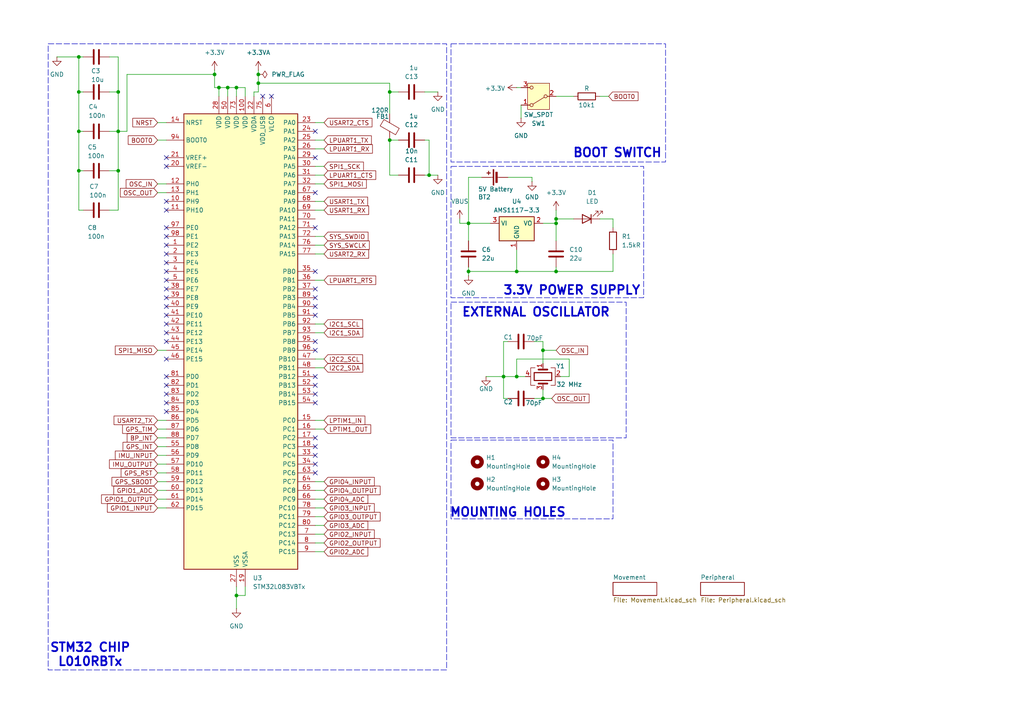
<source format=kicad_sch>
(kicad_sch (version 20231120) (generator "eeschema") (generator_version "8.0")
  (paper "A4")
  (title_block (title "Low-Power Flight Comupter") (company "Sun Devil Rocketry"))
  (lib_symbols
    (symbol "Device:Battery_Cell" (pin_numbers hide) (pin_names (offset 0) hide)
      (property "Reference" "BT" (at 2.54 2.54 0))
      (property "Value" "Battery_Cell" (at 2.54 0 0))
      (symbol "Battery_Cell_0_1"
        (rectangle (start -2.286 1.778) (end 2.286 1.524) (fill (type outline)))
        (rectangle (start -1.524 1.016) (end 1.524 0.508) (fill (type outline)))
        (polyline (pts (xy 0 0.762) (xy 0 0)))
        (polyline (pts (xy 0 1.778) (xy 0 2.54)))
        (polyline (pts (xy 0.762 3.048) (xy 1.778 3.048)) (stroke (width 0.254)))
        (polyline (pts (xy 1.27 3.556) (xy 1.27 2.54)) (stroke (width 0.254)))
      )
      (symbol "Battery_Cell_1_1"
        (pin passive line (at 0 5.08 270) (length 2.54) (name "+") (number "1"))
        (pin passive line (at 0 -2.54 90) (length 2.54) (name "-") (number "2"))
      )
    )
    (symbol "Device:C" (pin_numbers hide) (pin_names (offset 0.254))
      (property "Reference" "C" (at 0.635 2.54 0))
      (property "Value" "C" (at 0.635 -2.54 0))
      (symbol "C_0_1"
        (polyline (pts (xy -2.032 -0.762) (xy 2.032 -0.762)) (stroke (width 0.508)))
        (polyline (pts (xy -2.032 0.762) (xy 2.032 0.762)) (stroke (width 0.508)))
      )
      (symbol "C_1_1"
        (pin passive line (at 0 3.81 270) (length 2.794) (name "~") (number "1"))
        (pin passive line (at 0 -3.81 90) (length 2.794) (name "~") (number "2"))
      )
    )
    (symbol "Device:Crystal_GND24" (pin_names (offset 1.016) hide)
      (property "Reference" "Y" (at 3.175 5.08 0))
      (property "Value" "Crystal_GND24" (at 3.175 3.175 0))
      (symbol "Crystal_GND24_0_1"
        (rectangle (start -1.143 2.54) (end 1.143 -2.54) (stroke (width 0.3048)))
        (polyline (pts (xy -2.54 0) (xy -2.032 0)))
        (polyline (pts (xy -2.032 -1.27) (xy -2.032 1.27)) (stroke (width 0.508)))
        (polyline (pts (xy 0 -3.81) (xy 0 -3.556)))
        (polyline (pts (xy 0 3.556) (xy 0 3.81)))
        (polyline (pts (xy 2.032 -1.27) (xy 2.032 1.27)) (stroke (width 0.508)))
        (polyline (pts (xy 2.032 0) (xy 2.54 0)))
        (polyline (pts (xy -2.54 -2.286) (xy -2.54 -3.556) (xy 2.54 -3.556) (xy 2.54 -2.286)))
        (polyline (pts (xy -2.54 2.286) (xy -2.54 3.556) (xy 2.54 3.556) (xy 2.54 2.286)))
      )
      (symbol "Crystal_GND24_1_1"
        (pin passive line (at -3.81 0 0) (length 1.27) (name "1") (number "1"))
        (pin passive line (at 0 5.08 270) (length 1.27) (name "2") (number "2"))
        (pin passive line (at 3.81 0 180) (length 1.27) (name "3") (number "3"))
        (pin passive line (at 0 -5.08 90) (length 1.27) (name "4") (number "4"))
      )
    )
    (symbol "Device:FerriteBead" (pin_numbers hide) (pin_names (offset 0))
      (property "Reference" "FB" (at -3.81 0.635 90))
      (property "Value" "FerriteBead" (at 3.81 0 90))
      (symbol "FerriteBead_0_1"
        (polyline (pts (xy 0 -1.27) (xy 0 -1.2192)))
        (polyline (pts (xy 0 1.27) (xy 0 1.2954)))
        (polyline (pts (xy -2.7686 0.4064) (xy -1.7018 2.2606) (xy 2.7686 -0.3048) (xy 1.6764 -2.159) (xy -2.7686 0.4064)))
      )
      (symbol "FerriteBead_1_1"
        (pin passive line (at 0 3.81 270) (length 2.54) (name "~") (number "1"))
        (pin passive line (at 0 -3.81 90) (length 2.54) (name "~") (number "2"))
      )
    )
    (symbol "Device:LED" (pin_numbers hide) (pin_names (offset 1.016) hide)
      (property "Reference" "D" (at 0 2.54 0))
      (property "Value" "LED" (at 0 -2.54 0))
      (symbol "LED_0_1"
        (polyline (pts (xy -1.27 -1.27) (xy -1.27 1.27)) (stroke (width 0.254)))
        (polyline (pts (xy -1.27 0) (xy 1.27 0)))
        (polyline (pts (xy 1.27 -1.27) (xy 1.27 1.27) (xy -1.27 0) (xy 1.27 -1.27)) (stroke (width 0.254)))
        (polyline (pts (xy -3.048 -0.762) (xy -4.572 -2.286) (xy -3.81 -2.286) (xy -4.572 -2.286) (xy -4.572 -1.524)))
        (polyline (pts (xy -1.778 -0.762) (xy -3.302 -2.286) (xy -2.54 -2.286) (xy -3.302 -2.286) (xy -3.302 -1.524)))
      )
      (symbol "LED_1_1"
        (pin passive line (at -3.81 0 0) (length 2.54) (name "K") (number "1"))
        (pin passive line (at 3.81 0 180) (length 2.54) (name "A") (number "2"))
      )
    )
    (symbol "Device:R" (pin_numbers hide) (pin_names (offset 0))
      (property "Reference" "R" (at 2.032 0 90))
      (property "Value" "R" (at 0 0 90))
      (symbol "R_0_1"
        (rectangle (start -1.016 -2.54) (end 1.016 2.54) (stroke (width 0.254)))
      )
      (symbol "R_1_1"
        (pin passive line (at 0 3.81 270) (length 1.27) (name "~") (number "1"))
        (pin passive line (at 0 -3.81 90) (length 1.27) (name "~") (number "2"))
      )
    )
    (symbol "MCU_ST_STM32L0:STM32L083VBTx"
      (property "Reference" "U" (at -15.24 67.31 0))
      (property "Value" "STM32L083VBTx" (at 12.7 67.31 0))
      (symbol "STM32L083VBTx_0_1"
        (rectangle (start -15.24 -66.04) (end 17.78 66.04) (stroke (width 0.254)) (fill (type background)))
      )
      (symbol "STM32L083VBTx_1_1"
        (pin bidirectional line (at -20.32 27.94 0) (length 5.08) (name "PE2") (number "1"))
        (pin bidirectional line (at -20.32 40.64 0) (length 5.08) (name "PH9") (number "10"))
        (pin power_in line (at 2.54 71.12 270) (length 5.08) (name "VDD") (number "100"))
        (pin bidirectional line (at -20.32 38.1 0) (length 5.08) (name "PH10") (number "11"))
        (pin bidirectional line (at -20.32 45.72 0) (length 5.08) (name "PH0") (number "12"))
        (pin bidirectional line (at -20.32 43.18 0) (length 5.08) (name "PH1") (number "13"))
        (pin input line (at -20.32 63.5 0) (length 5.08) (name "NRST") (number "14"))
        (pin bidirectional line (at 22.86 -22.86 180) (length 5.08) (name "PC0") (number "15"))
        (pin bidirectional line (at 22.86 -25.4 180) (length 5.08) (name "PC1") (number "16"))
        (pin bidirectional line (at 22.86 -27.94 180) (length 5.08) (name "PC2") (number "17"))
        (pin bidirectional line (at 22.86 -30.48 180) (length 5.08) (name "PC3") (number "18"))
        (pin power_in line (at 2.54 -71.12 90) (length 5.08) (name "VSSA") (number "19"))
        (pin bidirectional line (at -20.32 25.4 0) (length 5.08) (name "PE3") (number "2"))
        (pin input line (at -20.32 50.8 0) (length 5.08) (name "VREF-") (number "20"))
        (pin input line (at -20.32 53.34 0) (length 5.08) (name "VREF+") (number "21"))
        (pin power_in line (at 5.08 71.12 270) (length 5.08) (name "VDDA") (number "22"))
        (pin bidirectional line (at 22.86 63.5 180) (length 5.08) (name "PA0") (number "23"))
        (pin bidirectional line (at 22.86 60.96 180) (length 5.08) (name "PA1") (number "24"))
        (pin bidirectional line (at 22.86 58.42 180) (length 5.08) (name "PA2") (number "25"))
        (pin bidirectional line (at 22.86 55.88 180) (length 5.08) (name "PA3") (number "26"))
        (pin power_in line (at 0 -71.12 90) (length 5.08) (name "VSS") (number "27"))
        (pin power_in line (at -5.08 71.12 270) (length 5.08) (name "VDD") (number "28"))
        (pin bidirectional line (at 22.86 53.34 180) (length 5.08) (name "PA4") (number "29"))
        (pin bidirectional line (at -20.32 22.86 0) (length 5.08) (name "PE4") (number "3"))
        (pin bidirectional line (at 22.86 50.8 180) (length 5.08) (name "PA5") (number "30"))
        (pin bidirectional line (at 22.86 48.26 180) (length 5.08) (name "PA6") (number "31"))
        (pin bidirectional line (at 22.86 45.72 180) (length 5.08) (name "PA7") (number "32"))
        (pin bidirectional line (at 22.86 -33.02 180) (length 5.08) (name "PC4") (number "33"))
        (pin bidirectional line (at 22.86 -35.56 180) (length 5.08) (name "PC5") (number "34"))
        (pin bidirectional line (at 22.86 20.32 180) (length 5.08) (name "PB0") (number "35"))
        (pin bidirectional line (at 22.86 17.78 180) (length 5.08) (name "PB1") (number "36"))
        (pin bidirectional line (at 22.86 15.24 180) (length 5.08) (name "PB2") (number "37"))
        (pin bidirectional line (at -20.32 15.24 0) (length 5.08) (name "PE7") (number "38"))
        (pin bidirectional line (at -20.32 12.7 0) (length 5.08) (name "PE8") (number "39"))
        (pin bidirectional line (at -20.32 20.32 0) (length 5.08) (name "PE5") (number "4"))
        (pin bidirectional line (at -20.32 10.16 0) (length 5.08) (name "PE9") (number "40"))
        (pin bidirectional line (at -20.32 7.62 0) (length 5.08) (name "PE10") (number "41"))
        (pin bidirectional line (at -20.32 5.08 0) (length 5.08) (name "PE11") (number "42"))
        (pin bidirectional line (at -20.32 2.54 0) (length 5.08) (name "PE12") (number "43"))
        (pin bidirectional line (at -20.32 0 0) (length 5.08) (name "PE13") (number "44"))
        (pin bidirectional line (at -20.32 -2.54 0) (length 5.08) (name "PE14") (number "45"))
        (pin bidirectional line (at -20.32 -5.08 0) (length 5.08) (name "PE15") (number "46"))
        (pin bidirectional line (at 22.86 -5.08 180) (length 5.08) (name "PB10") (number "47"))
        (pin bidirectional line (at 22.86 -7.62 180) (length 5.08) (name "PB11") (number "48"))
        (pin passive line (at 0 -71.12 90) (length 5.08) hide (name "VSS") (number "49"))
        (pin bidirectional line (at -20.32 17.78 0) (length 5.08) (name "PE6") (number "5"))
        (pin power_in line (at -2.54 71.12 270) (length 5.08) (name "VDD") (number "50"))
        (pin bidirectional line (at 22.86 -10.16 180) (length 5.08) (name "PB12") (number "51"))
        (pin bidirectional line (at 22.86 -12.7 180) (length 5.08) (name "PB13") (number "52"))
        (pin bidirectional line (at 22.86 -15.24 180) (length 5.08) (name "PB14") (number "53"))
        (pin bidirectional line (at 22.86 -17.78 180) (length 5.08) (name "PB15") (number "54"))
        (pin bidirectional line (at -20.32 -30.48 0) (length 5.08) (name "PD8") (number "55"))
        (pin bidirectional line (at -20.32 -33.02 0) (length 5.08) (name "PD9") (number "56"))
        (pin bidirectional line (at -20.32 -35.56 0) (length 5.08) (name "PD10") (number "57"))
        (pin bidirectional line (at -20.32 -38.1 0) (length 5.08) (name "PD11") (number "58"))
        (pin bidirectional line (at -20.32 -40.64 0) (length 5.08) (name "PD12") (number "59"))
        (pin power_in line (at 10.16 71.12 270) (length 5.08) (name "VLCD") (number "6"))
        (pin bidirectional line (at -20.32 -43.18 0) (length 5.08) (name "PD13") (number "60"))
        (pin bidirectional line (at -20.32 -45.72 0) (length 5.08) (name "PD14") (number "61"))
        (pin bidirectional line (at -20.32 -48.26 0) (length 5.08) (name "PD15") (number "62"))
        (pin bidirectional line (at 22.86 -38.1 180) (length 5.08) (name "PC6") (number "63"))
        (pin bidirectional line (at 22.86 -40.64 180) (length 5.08) (name "PC7") (number "64"))
        (pin bidirectional line (at 22.86 -43.18 180) (length 5.08) (name "PC8") (number "65"))
        (pin bidirectional line (at 22.86 -45.72 180) (length 5.08) (name "PC9") (number "66"))
        (pin bidirectional line (at 22.86 43.18 180) (length 5.08) (name "PA8") (number "67"))
        (pin bidirectional line (at 22.86 40.64 180) (length 5.08) (name "PA9") (number "68"))
        (pin bidirectional line (at 22.86 38.1 180) (length 5.08) (name "PA10") (number "69"))
        (pin bidirectional line (at 22.86 -55.88 180) (length 5.08) (name "PC13") (number "7"))
        (pin bidirectional line (at 22.86 35.56 180) (length 5.08) (name "PA11") (number "70"))
        (pin bidirectional line (at 22.86 33.02 180) (length 5.08) (name "PA12") (number "71"))
        (pin bidirectional line (at 22.86 30.48 180) (length 5.08) (name "PA13") (number "72"))
        (pin power_in line (at 0 71.12 270) (length 5.08) (name "VDD") (number "73"))
        (pin passive line (at 0 -71.12 90) (length 5.08) hide (name "VSS") (number "74"))
        (pin power_in line (at 7.62 71.12 270) (length 5.08) (name "VDD_USB") (number "75"))
        (pin bidirectional line (at 22.86 27.94 180) (length 5.08) (name "PA14") (number "76"))
        (pin bidirectional line (at 22.86 25.4 180) (length 5.08) (name "PA15") (number "77"))
        (pin bidirectional line (at 22.86 -48.26 180) (length 5.08) (name "PC10") (number "78"))
        (pin bidirectional line (at 22.86 -50.8 180) (length 5.08) (name "PC11") (number "79"))
        (pin bidirectional line (at 22.86 -58.42 180) (length 5.08) (name "PC14") (number "8"))
        (pin bidirectional line (at 22.86 -53.34 180) (length 5.08) (name "PC12") (number "80"))
        (pin bidirectional line (at -20.32 -10.16 0) (length 5.08) (name "PD0") (number "81"))
        (pin bidirectional line (at -20.32 -12.7 0) (length 5.08) (name "PD1") (number "82"))
        (pin bidirectional line (at -20.32 -15.24 0) (length 5.08) (name "PD2") (number "83"))
        (pin bidirectional line (at -20.32 -17.78 0) (length 5.08) (name "PD3") (number "84"))
        (pin bidirectional line (at -20.32 -20.32 0) (length 5.08) (name "PD4") (number "85"))
        (pin bidirectional line (at -20.32 -22.86 0) (length 5.08) (name "PD5") (number "86"))
        (pin bidirectional line (at -20.32 -25.4 0) (length 5.08) (name "PD6") (number "87"))
        (pin bidirectional line (at -20.32 -27.94 0) (length 5.08) (name "PD7") (number "88"))
        (pin bidirectional line (at 22.86 12.7 180) (length 5.08) (name "PB3") (number "89"))
        (pin bidirectional line (at 22.86 -60.96 180) (length 5.08) (name "PC15") (number "9"))
        (pin bidirectional line (at 22.86 10.16 180) (length 5.08) (name "PB4") (number "90"))
        (pin bidirectional line (at 22.86 7.62 180) (length 5.08) (name "PB5") (number "91"))
        (pin bidirectional line (at 22.86 5.08 180) (length 5.08) (name "PB6") (number "92"))
        (pin bidirectional line (at 22.86 2.54 180) (length 5.08) (name "PB7") (number "93"))
        (pin input line (at -20.32 58.42 0) (length 5.08) (name "BOOT0") (number "94"))
        (pin bidirectional line (at 22.86 0 180) (length 5.08) (name "PB8") (number "95"))
        (pin bidirectional line (at 22.86 -2.54 180) (length 5.08) (name "PB9") (number "96"))
        (pin bidirectional line (at -20.32 33.02 0) (length 5.08) (name "PE0") (number "97"))
        (pin bidirectional line (at -20.32 30.48 0) (length 5.08) (name "PE1") (number "98"))
        (pin passive line (at 0 -71.12 90) (length 5.08) hide (name "VSS") (number "99"))
      )
    )
    (symbol "Mechanical:MountingHole" (pin_names (offset 1.016)) (exclude_from_sim yes) (in_bom no)
      (property "Reference" "H" (at 0 5.08 0))
      (property "Value" "MountingHole" (at 0 3.175 0))
      (symbol "MountingHole_0_1"
        (circle (center 0 0) (radius 1.27) (stroke (width 1.27)))
      )
    )
    (symbol "Regulator_Linear:AMS1117-3.3"
      (property "Reference" "U" (at -3.81 3.175 0))
      (property "Value" "AMS1117-3.3" (at 0 3.175 0))
      (symbol "AMS1117-3.3_0_1"
        (rectangle (start -5.08 -5.08) (end 5.08 1.905) (stroke (width 0.254)) (fill (type background)))
      )
      (symbol "AMS1117-3.3_1_1"
        (pin power_in line (at 0 -7.62 90) (length 2.54) (name "GND") (number "1"))
        (pin power_out line (at 7.62 0 180) (length 2.54) (name "VO") (number "2"))
        (pin power_in line (at -7.62 0 0) (length 2.54) (name "VI") (number "3"))
      )
    )
    (symbol "Switch:SW_SPDT" (pin_names (offset 0) hide)
      (property "Reference" "SW" (at 0 5.08 0))
      (property "Value" "SW_SPDT" (at 0 -5.08 0))
      (symbol "SW_SPDT_0_1"
        (circle (center -2.032 0) (radius 0.4572))
        (polyline (pts (xy -1.651 0.254) (xy 1.651 2.286)))
        (circle (center 2.032 -2.54) (radius 0.4572))
        (circle (center 2.032 2.54) (radius 0.4572))
      )
      (symbol "SW_SPDT_1_1"
        (rectangle (start -3.175 3.81) (end 3.175 -3.81) (fill (type background)))
        (pin passive line (at 5.08 2.54 180) (length 2.54) (name "A") (number "1"))
        (pin passive line (at -5.08 0 0) (length 2.54) (name "B") (number "2"))
        (pin passive line (at 5.08 -2.54 180) (length 2.54) (name "C") (number "3"))
      )
    )
    (symbol "power:+3.3V" (power) (pin_numbers hide) (pin_names (offset 0) hide)
      (property "Value" "+3.3V" (at 0 3.556 0))
      (symbol "+3.3V_0_1"
        (polyline (pts (xy -0.762 1.27) (xy 0 2.54)))
        (polyline (pts (xy 0 0) (xy 0 2.54)))
        (polyline (pts (xy 0 2.54) (xy 0.762 1.27)))
      )
      (symbol "+3.3V_1_1"
        (pin power_in line (at 0 0 90) (length 0) (name "~") (number "1"))
      )
    )
    (symbol "power:+3.3VA" (power) (pin_numbers hide) (pin_names (offset 0) hide)
      (property "Value" "+3.3VA" (at 0 3.556 0))
      (symbol "+3.3VA_0_1"
        (polyline (pts (xy -0.762 1.27) (xy 0 2.54)))
        (polyline (pts (xy 0 0) (xy 0 2.54)))
        (polyline (pts (xy 0 2.54) (xy 0.762 1.27)))
      )
      (symbol "+3.3VA_1_1"
        (pin power_in line (at 0 0 90) (length 0) (name "~") (number "1"))
      )
    )
    (symbol "power:GND" (power) (pin_numbers hide) (pin_names (offset 0) hide)
      (property "Value" "GND" (at 0 -3.81 0))
      (symbol "GND_0_1"
        (polyline (pts (xy 0 0) (xy 0 -1.27) (xy 1.27 -1.27) (xy 0 -2.54) (xy -1.27 -1.27) (xy 0 -1.27)))
      )
      (symbol "GND_1_1"
        (pin power_in line (at 0 0 270) (length 0) (name "~") (number "1"))
      )
    )
    (symbol "power:PWR_FLAG" (power) (pin_numbers hide) (pin_names (offset 0) hide)
      (property "Value" "PWR_FLAG" (at 0 3.81 0))
      (symbol "PWR_FLAG_0_0"
        (pin power_out line (at 0 0 90) (length 0) (name "~") (number "1"))
      )
      (symbol "PWR_FLAG_0_1"
        (polyline (pts (xy 0 0) (xy 0 1.27) (xy -1.016 1.905) (xy 0 2.54) (xy 1.016 1.905) (xy 0 1.27)))
      )
    )
    (symbol "power:VBUS" (power) (pin_numbers hide) (pin_names (offset 0) hide)
      (property "Value" "VBUS" (at 0 3.556 0))
      (symbol "VBUS_0_1"
        (polyline (pts (xy -0.762 1.27) (xy 0 2.54)))
        (polyline (pts (xy 0 0) (xy 0 2.54)))
        (polyline (pts (xy 0 2.54) (xy 0.762 1.27)))
      )
      (symbol "VBUS_1_1"
        (pin power_in line (at 0 0 90) (length 0) (name "~") (number "1"))
      )
    )
  )
  (junction (at 34.29 49.53))
  (junction (at 34.29 26.67))
  (junction (at 22.86 26.67))
  (junction (at 149.86 78.74))
  (junction (at 34.29 38.1))
  (junction (at 161.29 78.74))
  (junction (at 146.05 109.22))
  (junction (at 63.5 25.4))
  (junction (at 124.46 50.8))
  (junction (at 135.89 78.74))
  (junction (at 113.03 40.64))
  (junction (at 149.86 109.22))
  (junction (at 157.48 101.6))
  (junction (at 66.04 25.4))
  (junction (at 22.86 16.51))
  (junction (at 22.86 49.53))
  (junction (at 161.29 63.5))
  (junction (at 74.93 24.13))
  (junction (at 68.58 25.4))
  (junction (at 161.29 64.77))
  (junction (at 135.89 64.77))
  (junction (at 68.58 172.72))
  (junction (at 62.23 21.59))
  (junction (at 74.93 21.59))
  (junction (at 157.48 115.57))
  (junction (at 113.03 26.67))
  (junction (at 22.86 38.1))
  (no_connect (at 91.44 109.22))
  (no_connect (at 48.26 114.3))
  (no_connect (at 48.26 111.76))
  (no_connect (at 91.44 83.82))
  (no_connect (at 76.2 27.94))
  (no_connect (at 48.26 88.9))
  (no_connect (at 91.44 88.9))
  (no_connect (at 91.44 127))
  (no_connect (at 48.26 99.06))
  (no_connect (at 48.26 78.74))
  (no_connect (at 48.26 116.84))
  (no_connect (at 78.74 27.94))
  (no_connect (at 48.26 81.28))
  (no_connect (at 91.44 134.62))
  (no_connect (at 48.26 104.14))
  (no_connect (at 91.44 55.88))
  (no_connect (at 48.26 91.44))
  (no_connect (at 91.44 114.3))
  (no_connect (at 91.44 116.84))
  (no_connect (at 91.44 132.08))
  (no_connect (at 48.26 73.66))
  (no_connect (at 91.44 137.16))
  (no_connect (at 48.26 96.52))
  (no_connect (at 91.44 78.74))
  (no_connect (at 48.26 109.22))
  (no_connect (at 48.26 48.26))
  (no_connect (at 91.44 129.54))
  (no_connect (at 48.26 76.2))
  (no_connect (at 48.26 58.42))
  (no_connect (at 48.26 71.12))
  (no_connect (at 91.44 99.06))
  (no_connect (at 91.44 45.72))
  (no_connect (at 48.26 86.36))
  (no_connect (at 48.26 93.98))
  (no_connect (at 91.44 111.76))
  (no_connect (at 91.44 66.04))
  (no_connect (at 91.44 86.36))
  (no_connect (at 91.44 91.44))
  (no_connect (at 48.26 119.38))
  (no_connect (at 91.44 101.6))
  (no_connect (at 91.44 38.1))
  (no_connect (at 48.26 60.96))
  (no_connect (at 48.26 68.58))
  (no_connect (at 48.26 66.04))
  (no_connect (at 48.26 83.82))
  (no_connect (at 48.26 45.72))
  (wire (pts (xy 91.44 35.56) (xy 93.98 35.56)))
  (wire (pts (xy 91.44 71.12) (xy 93.98 71.12)))
  (wire (pts (xy 91.44 73.66) (xy 93.98 73.66)))
  (wire (pts (xy 157.48 64.77) (xy 161.29 64.77)))
  (wire (pts (xy 139.7 51.435) (xy 135.89 51.435)))
  (wire (pts (xy 149.86 78.74) (xy 135.89 78.74)))
  (wire (pts (xy 91.44 48.26) (xy 93.98 48.26)))
  (wire (pts (xy 34.29 38.1) (xy 34.29 49.53)))
  (wire (pts (xy 157.48 115.57) (xy 154.94 115.57)))
  (wire (pts (xy 133.35 64.77) (xy 135.89 64.77)))
  (wire (pts (xy 154.305 51.435) (xy 154.305 52.705)))
  (wire (pts (xy 93.98 40.64) (xy 91.44 40.64)))
  (wire (pts (xy 62.23 21.59) (xy 62.23 25.4)))
  (wire (pts (xy 45.72 129.54) (xy 48.26 129.54)))
  (wire (pts (xy 91.44 139.7) (xy 93.98 139.7)))
  (wire (pts (xy 34.29 60.96) (xy 31.75 60.96)))
  (wire (pts (xy 73.66 26.67) (xy 73.66 27.94)))
  (wire (pts (xy 151.13 30.48) (xy 151.13 34.29)))
  (wire (pts (xy 157.48 101.6) (xy 157.48 99.06)))
  (wire (pts (xy 135.89 51.435) (xy 135.89 64.77)))
  (wire (pts (xy 161.29 64.77) (xy 161.29 69.85)))
  (wire (pts (xy 22.86 16.51) (xy 22.86 26.67)))
  (wire (pts (xy 45.72 137.16) (xy 48.26 137.16)))
  (wire (pts (xy 93.98 43.18) (xy 91.44 43.18)))
  (wire (pts (xy 22.86 16.51) (xy 16.51 16.51)))
  (wire (pts (xy 113.03 33.02) (xy 113.03 26.67)))
  (wire (pts (xy 71.12 25.4) (xy 71.12 27.94)))
  (wire (pts (xy 91.44 160.02) (xy 93.98 160.02)))
  (wire (pts (xy 161.29 63.5) (xy 161.29 60.96)))
  (wire (pts (xy 135.89 78.74) (xy 135.89 80.01)))
  (wire (pts (xy 91.44 60.96) (xy 93.98 60.96)))
  (wire (pts (xy 91.44 93.98) (xy 93.98 93.98)))
  (wire (pts (xy 24.13 38.1) (xy 22.86 38.1)))
  (wire (pts (xy 91.44 50.8) (xy 93.98 50.8)))
  (wire (pts (xy 74.93 21.59) (xy 74.93 24.13)))
  (wire (pts (xy 22.86 38.1) (xy 22.86 49.53)))
  (wire (pts (xy 62.23 25.4) (xy 63.5 25.4)))
  (wire (pts (xy 45.72 142.24) (xy 48.26 142.24)))
  (wire (pts (xy 149.86 25.4) (xy 151.13 25.4)))
  (wire (pts (xy 68.58 170.18) (xy 68.58 172.72)))
  (wire (pts (xy 91.44 144.78) (xy 93.98 144.78)))
  (wire (pts (xy 91.44 147.32) (xy 93.98 147.32)))
  (wire (pts (xy 91.44 96.52) (xy 93.98 96.52)))
  (wire (pts (xy 160.02 115.57) (xy 157.48 115.57)))
  (wire (pts (xy 45.72 132.08) (xy 48.26 132.08)))
  (wire (pts (xy 91.44 81.28) (xy 93.98 81.28)))
  (wire (pts (xy 91.44 121.92) (xy 93.98 121.92)))
  (wire (pts (xy 91.44 157.48) (xy 93.98 157.48)))
  (wire (pts (xy 71.12 170.18) (xy 71.12 172.72)))
  (wire (pts (xy 91.44 149.86) (xy 93.98 149.86)))
  (wire (pts (xy 74.93 26.67) (xy 73.66 26.67)))
  (wire (pts (xy 113.03 40.64) (xy 115.57 40.64)))
  (wire (pts (xy 157.48 99.06) (xy 154.94 99.06)))
  (wire (pts (xy 45.72 121.92) (xy 48.26 121.92)))
  (wire (pts (xy 68.58 172.72) (xy 68.58 176.53)))
  (wire (pts (xy 91.44 152.4) (xy 93.98 152.4)))
  (wire (pts (xy 123.19 50.8) (xy 124.46 50.8)))
  (wire (pts (xy 123.19 26.67) (xy 127 26.67)))
  (wire (pts (xy 22.86 26.67) (xy 22.86 38.1)))
  (wire (pts (xy 161.29 63.5) (xy 166.37 63.5)))
  (wire (pts (xy 68.58 25.4) (xy 71.12 25.4)))
  (wire (pts (xy 45.72 124.46) (xy 48.26 124.46)))
  (wire (pts (xy 34.29 49.53) (xy 31.75 49.53)))
  (wire (pts (xy 24.13 60.96) (xy 22.86 60.96)))
  (wire (pts (xy 68.58 172.72) (xy 71.12 172.72)))
  (wire (pts (xy 91.44 68.58) (xy 93.98 68.58)))
  (wire (pts (xy 36.83 38.1) (xy 36.83 21.59)))
  (wire (pts (xy 74.93 20.32) (xy 74.93 21.59)))
  (wire (pts (xy 63.5 25.4) (xy 66.04 25.4)))
  (wire (pts (xy 135.89 77.47) (xy 135.89 78.74)))
  (wire (pts (xy 45.72 139.7) (xy 48.26 139.7)))
  (wire (pts (xy 157.48 101.6) (xy 157.48 105.41)))
  (wire (pts (xy 34.29 16.51) (xy 31.75 16.51)))
  (wire (pts (xy 62.23 20.32) (xy 62.23 21.59)))
  (wire (pts (xy 133.35 63.5) (xy 133.35 64.77)))
  (wire (pts (xy 124.46 50.8) (xy 127 50.8)))
  (wire (pts (xy 48.26 53.34) (xy 45.72 53.34)))
  (wire (pts (xy 45.72 144.78) (xy 48.26 144.78)))
  (wire (pts (xy 36.83 38.1) (xy 34.29 38.1)))
  (wire (pts (xy 91.44 154.94) (xy 93.98 154.94)))
  (wire (pts (xy 161.29 77.47) (xy 161.29 78.74)))
  (wire (pts (xy 149.86 109.22) (xy 146.05 109.22)))
  (wire (pts (xy 34.29 60.96) (xy 34.29 49.53)))
  (wire (pts (xy 162.56 109.22) (xy 165.1 109.22)))
  (wire (pts (xy 147.32 51.435) (xy 154.305 51.435)))
  (wire (pts (xy 24.13 49.53) (xy 22.86 49.53)))
  (wire (pts (xy 63.5 25.4) (xy 63.5 27.94)))
  (wire (pts (xy 113.03 50.8) (xy 115.57 50.8)))
  (wire (pts (xy 161.29 101.6) (xy 157.48 101.6)))
  (wire (pts (xy 91.44 58.42) (xy 93.98 58.42)))
  (wire (pts (xy 173.99 27.94) (xy 176.53 27.94)))
  (wire (pts (xy 34.29 38.1) (xy 31.75 38.1)))
  (wire (pts (xy 74.93 24.13) (xy 74.93 26.67)))
  (wire (pts (xy 149.86 72.39) (xy 149.86 78.74)))
  (wire (pts (xy 91.44 104.14) (xy 93.98 104.14)))
  (wire (pts (xy 34.29 38.1) (xy 34.29 26.67)))
  (wire (pts (xy 177.8 66.04) (xy 177.8 63.5)))
  (wire (pts (xy 24.13 26.67) (xy 22.86 26.67)))
  (wire (pts (xy 146.05 99.06) (xy 147.32 99.06)))
  (wire (pts (xy 45.72 55.88) (xy 48.26 55.88)))
  (wire (pts (xy 91.44 53.34) (xy 93.98 53.34)))
  (wire (pts (xy 165.1 104.14) (xy 149.86 104.14)))
  (wire (pts (xy 146.05 109.22) (xy 146.05 99.06)))
  (wire (pts (xy 34.29 26.67) (xy 34.29 16.51)))
  (wire (pts (xy 157.48 113.03) (xy 157.48 115.57)))
  (wire (pts (xy 177.8 78.74) (xy 177.8 73.66)))
  (wire (pts (xy 91.44 106.68) (xy 93.98 106.68)))
  (wire (pts (xy 149.86 109.22) (xy 152.4 109.22)))
  (wire (pts (xy 22.86 49.53) (xy 22.86 60.96)))
  (wire (pts (xy 66.04 25.4) (xy 66.04 27.94)))
  (wire (pts (xy 74.93 24.13) (xy 113.03 24.13)))
  (wire (pts (xy 68.58 25.4) (xy 68.58 27.94)))
  (wire (pts (xy 165.1 109.22) (xy 165.1 104.14)))
  (wire (pts (xy 113.03 26.67) (xy 113.03 24.13)))
  (wire (pts (xy 113.03 50.8) (xy 113.03 40.64)))
  (wire (pts (xy 45.72 40.64) (xy 48.26 40.64)))
  (wire (pts (xy 45.72 35.56) (xy 48.26 35.56)))
  (wire (pts (xy 177.8 63.5) (xy 173.99 63.5)))
  (wire (pts (xy 149.86 104.14) (xy 149.86 109.22)))
  (wire (pts (xy 124.46 50.8) (xy 124.46 40.64)))
  (wire (pts (xy 34.29 26.67) (xy 31.75 26.67)))
  (wire (pts (xy 135.89 64.77) (xy 142.24 64.77)))
  (wire (pts (xy 113.03 26.67) (xy 115.57 26.67)))
  (wire (pts (xy 91.44 142.24) (xy 93.98 142.24)))
  (wire (pts (xy 45.72 147.32) (xy 48.26 147.32)))
  (wire (pts (xy 161.29 64.77) (xy 161.29 63.5)))
  (wire (pts (xy 161.29 78.74) (xy 177.8 78.74)))
  (wire (pts (xy 45.72 134.62) (xy 48.26 134.62)))
  (wire (pts (xy 146.05 109.22) (xy 146.05 115.57)))
  (wire (pts (xy 146.05 109.22) (xy 140.97 109.22)))
  (wire (pts (xy 124.46 40.64) (xy 123.19 40.64)))
  (wire (pts (xy 36.83 21.59) (xy 62.23 21.59)))
  (wire (pts (xy 135.89 64.77) (xy 135.89 69.85)))
  (wire (pts (xy 91.44 124.46) (xy 93.98 124.46)))
  (wire (pts (xy 24.13 16.51) (xy 22.86 16.51)))
  (wire (pts (xy 161.29 78.74) (xy 149.86 78.74)))
  (wire (pts (xy 45.72 101.6) (xy 48.26 101.6)))
  (wire (pts (xy 161.29 27.94) (xy 166.37 27.94)))
  (wire (pts (xy 147.32 115.57) (xy 146.05 115.57)))
  (wire (pts (xy 66.04 25.4) (xy 68.58 25.4)))
  (wire (pts (xy 45.72 127) (xy 48.26 127)))
  (rectangle (start 130.81 127.635) (end 177.8 150.495) (stroke (width 0) (type dash)))
  (rectangle (start 130.81 48.26) (end 186.69 86.36) (stroke (width 0) (type dash)))
  (rectangle (start 130.81 87.63) (end 181.61 127) (stroke (width 0) (type dash)))
  (rectangle (start 130.81 12.7) (end 193.04 46.99) (stroke (width 0) (type dash)))
  (rectangle (start 13.97 12.7) (end 129.54 194.31) (stroke (width 0) (type dash)))
  (text "MOUNTING HOLES\n" (at 147.32 148.717 0) (effects (font (size 2.54 2.54) (thickness 0.508) (bold yes))))
  (text "STM32 CHIP\nL010RBTx" (at 26.162 189.992 0) (effects (font (size 2.54 2.54) (thickness 0.508) (bold yes))))
  (text "EXTERNAL OSCILLATOR" (at 155.448 90.678 0) (effects (font (size 2.54 2.54) (thickness 0.508) (bold yes))))
  (text "3.3V POWER SUPPLY" (at 165.862 84.328 0) (effects (font (size 2.54 2.54) (thickness 0.508) (bold yes))))
  (text "BOOT SWITCH" (at 179.07 44.45 0) (effects (font (size 2.54 2.54) (thickness 0.508) (bold yes))))
  (global_label "GPS_TIM" (shape input) (at 45.72 124.46 180) (property "Intersheetrefs" "${INTERSHEET_REFS}" (effects (hide yes))))
  (global_label "GPIO1_INPUT" (shape input) (at 45.72 147.32 180) (property "Intersheetrefs" "${INTERSHEET_REFS}" (effects (hide yes))))
  (global_label "LPUART1_CTS" (shape input) (at 93.98 50.8 0) (property "Intersheetrefs" "${INTERSHEET_REFS}" (effects (hide yes))))
  (global_label "SYS_SWDIO" (shape input) (at 93.98 68.58 0) (property "Intersheetrefs" "${INTERSHEET_REFS}" (effects (hide yes))))
  (global_label "GPIO2_INPUT" (shape input) (at 93.98 154.94 0) (property "Intersheetrefs" "${INTERSHEET_REFS}" (effects (hide yes))))
  (global_label "GPIO4_OUTPUT" (shape input) (at 93.98 142.24 0) (property "Intersheetrefs" "${INTERSHEET_REFS}" (effects (hide yes))))
  (global_label "SPI1_MISO" (shape input) (at 45.72 101.6 180) (property "Intersheetrefs" "${INTERSHEET_REFS}" (effects (hide yes))))
  (global_label "GPIO3_INPUT" (shape input) (at 93.98 147.32 0) (property "Intersheetrefs" "${INTERSHEET_REFS}" (effects (hide yes))))
  (global_label "BOOT0" (shape input) (at 176.53 27.94 0) (property "Intersheetrefs" "${INTERSHEET_REFS}" (effects (hide yes))))
  (global_label "OSC_OUT" (shape input) (at 45.72 55.88 180) (property "Intersheetrefs" "${INTERSHEET_REFS}" (effects (hide yes))))
  (global_label "GPIO2_ADC" (shape input) (at 93.98 160.02 0) (property "Intersheetrefs" "${INTERSHEET_REFS}" (effects (hide yes))))
  (global_label "GPIO1_OUTPUT" (shape input) (at 45.72 144.78 180) (property "Intersheetrefs" "${INTERSHEET_REFS}" (effects (hide yes))))
  (global_label "OSC_IN" (shape input) (at 161.29 101.6 0) (property "Intersheetrefs" "${INTERSHEET_REFS}" (effects (hide yes))))
  (global_label "USART2_TX" (shape input) (at 45.72 121.92 180) (property "Intersheetrefs" "${INTERSHEET_REFS}" (effects (hide yes))))
  (global_label "GPS_RST" (shape input) (at 45.72 137.16 180) (property "Intersheetrefs" "${INTERSHEET_REFS}" (effects (hide yes))))
  (global_label "USART2_CTS" (shape input) (at 93.98 35.56 0) (property "Intersheetrefs" "${INTERSHEET_REFS}" (effects (hide yes))))
  (global_label "SPI1_MOSI" (shape input) (at 93.98 53.34 0) (property "Intersheetrefs" "${INTERSHEET_REFS}" (effects (hide yes))))
  (global_label "GPIO2_OUTPUT" (shape input) (at 93.98 157.48 0) (property "Intersheetrefs" "${INTERSHEET_REFS}" (effects (hide yes))))
  (global_label "LPUART1_RX" (shape input) (at 93.98 43.18 0) (property "Intersheetrefs" "${INTERSHEET_REFS}" (effects (hide yes))))
  (global_label "I2C2_SCL" (shape input) (at 93.98 104.14 0) (property "Intersheetrefs" "${INTERSHEET_REFS}" (effects (hide yes))))
  (global_label "SYS_SWCLK" (shape input) (at 93.98 71.12 0) (property "Intersheetrefs" "${INTERSHEET_REFS}" (effects (hide yes))))
  (global_label "BOOT0" (shape input) (at 45.72 40.64 180) (property "Intersheetrefs" "${INTERSHEET_REFS}" (effects (hide yes))))
  (global_label "SPI1_SCK" (shape input) (at 93.98 48.26 0) (property "Intersheetrefs" "${INTERSHEET_REFS}" (effects (hide yes))))
  (global_label "USART1_RX" (shape input) (at 93.98 60.96 0) (property "Intersheetrefs" "${INTERSHEET_REFS}" (effects (hide yes))))
  (global_label "BP_INT" (shape input) (at 45.72 127 180) (property "Intersheetrefs" "${INTERSHEET_REFS}" (effects (hide yes))))
  (global_label "I2C2_SDA" (shape input) (at 93.98 106.68 0) (property "Intersheetrefs" "${INTERSHEET_REFS}" (effects (hide yes))))
  (global_label "I2C1_SDA" (shape input) (at 93.98 96.52 0) (property "Intersheetrefs" "${INTERSHEET_REFS}" (effects (hide yes))))
  (global_label "LPTIM1_OUT" (shape input) (at 93.98 124.46 0) (property "Intersheetrefs" "${INTERSHEET_REFS}" (effects (hide yes))))
  (global_label "LPUART1_TX" (shape input) (at 93.98 40.64 0) (property "Intersheetrefs" "${INTERSHEET_REFS}" (effects (hide yes))))
  (global_label "LPUART1_RTS" (shape input) (at 93.98 81.28 0) (property "Intersheetrefs" "${INTERSHEET_REFS}" (effects (hide yes))))
  (global_label "NRST" (shape input) (at 45.72 35.56 180) (property "Intersheetrefs" "${INTERSHEET_REFS}" (effects (hide yes))))
  (global_label "GPIO3_OUTPUT" (shape input) (at 93.98 149.86 0) (property "Intersheetrefs" "${INTERSHEET_REFS}" (effects (hide yes))))
  (global_label "USART1_TX" (shape input) (at 93.98 58.42 0) (property "Intersheetrefs" "${INTERSHEET_REFS}" (effects (hide yes))))
  (global_label "USART2_RX" (shape input) (at 93.98 73.66 0) (property "Intersheetrefs" "${INTERSHEET_REFS}" (effects (hide yes))))
  (global_label "LPTIM1_IN" (shape input) (at 93.98 121.92 0) (property "Intersheetrefs" "${INTERSHEET_REFS}" (effects (hide yes))))
  (global_label "GPIO1_ADC" (shape input) (at 45.72 142.24 180) (property "Intersheetrefs" "${INTERSHEET_REFS}" (effects (hide yes))))
  (global_label "IMU_OUTPUT" (shape input) (at 45.72 134.62 180) (property "Intersheetrefs" "${INTERSHEET_REFS}" (effects (hide yes))))
  (global_label "GPIO4_ADC" (shape input) (at 93.98 144.78 0) (property "Intersheetrefs" "${INTERSHEET_REFS}" (effects (hide yes))))
  (global_label "GPIO4_INPUT" (shape input) (at 93.98 139.7 0) (property "Intersheetrefs" "${INTERSHEET_REFS}" (effects (hide yes))))
  (global_label "GPIO3_ADC" (shape input) (at 93.98 152.4 0) (property "Intersheetrefs" "${INTERSHEET_REFS}" (effects (hide yes))))
  (global_label "GPS_INT" (shape input) (at 45.72 129.54 180) (property "Intersheetrefs" "${INTERSHEET_REFS}" (effects (hide yes))))
  (global_label "GPS_SBOOT" (shape input) (at 45.72 139.7 180) (property "Intersheetrefs" "${INTERSHEET_REFS}" (effects (hide yes))))
  (global_label "I2C1_SCL" (shape input) (at 93.98 93.98 0) (property "Intersheetrefs" "${INTERSHEET_REFS}" (effects (hide yes))))
  (global_label "IMU_INPUT" (shape input) (at 45.72 132.08 180) (property "Intersheetrefs" "${INTERSHEET_REFS}" (effects (hide yes))))
  (global_label "OSC_OUT" (shape input) (at 160.02 115.57 0) (property "Intersheetrefs" "${INTERSHEET_REFS}" (effects (hide yes))))
  (global_label "OSC_IN" (shape input) (at 45.72 53.34 180) (property "Intersheetrefs" "${INTERSHEET_REFS}" (effects (hide yes))))
  (symbol (lib_id "power:+3.3V") (at 149.86 25.4 90) (unit 1)
    (property "Reference" "#PWR022" (effects (hide yes)))
    (property "Value" "+3.3V" (at 146.558 25.654 90) (effects (justify left)))
    (property "Description" "Power symbol creates a global label with name \"+3.3V\"" (effects (hide yes)))
  )
  (symbol (lib_id "power:GND") (at 127 26.67 0) (unit 1)
    (property "Reference" "#PWR021" (effects (hide yes)))
    (property "Value" "GND" (at 127 31.75 0))
    (property "Description" "Power symbol creates a global label with name \"GND\" , ground" (effects (hide yes)))
  )
  (symbol (lib_id "MCU_ST_STM32L0:STM32L083VBTx") (at 68.58 99.06 0) (unit 1)
    (property "Reference" "U3" (at 73.3141 167.64 0) (effects (justify left)))
    (property "Value" "STM32L083VBTx" (at 73.3141 170.18 0) (effects (justify left)))
    (property "Footprint" "Package_QFP:LQFP-100_14x14mm_P0.5mm" (effects (hide yes)))
    (property "Datasheet" "https://www.st.com/resource/en/datasheet/stm32l083vb.pdf" (effects (hide yes)))
    (property "Description" "STMicroelectronics Arm Cortex-M0+ MCU, 128KB flash, 20KB RAM, 32 MHz, 1.65-3.6V, 84 GPIO, LQFP100" (effects (hide yes)))
  )
  (symbol (lib_id "power:GND") (at 151.13 34.29 0) (unit 1)
    (property "Reference" "#PWR024" (effects (hide yes)))
    (property "Value" "GND" (at 151.13 39.37 0))
    (property "Description" "Power symbol creates a global label with name \"GND\" , ground" (effects (hide yes)))
  )
  (symbol (lib_id "Mechanical:MountingHole") (at 157.48 140.335 0) (unit 1) (exclude_from_sim yes) (in_bom no)
    (property "Reference" "H3" (at 160.02 139.0649 0) (effects (justify left)))
    (property "Value" "MountingHole" (at 160.02 141.6049 0) (effects (justify left)))
    (property "Footprint" "MountingHole:MountingHole_2.2mm_M2" (effects (hide yes)))
    (property "Description" "Mounting Hole without connection" (effects (hide yes)))
  )
  (symbol (lib_id "Device:R") (at 177.8 69.85 0) (unit 1)
    (property "Reference" "R1" (at 180.34 68.5799 0) (effects (justify left)))
    (property "Value" "1.5kR" (at 180.34 71.1199 0) (effects (justify left)))
    (property "Footprint" "Resistor_SMD:R_0402_1005Metric" (effects (hide yes)))
    (property "Description" "Resistor" (effects (hide yes)))
  )
  (symbol (lib_id "Mechanical:MountingHole") (at 138.43 140.335 0) (unit 1) (exclude_from_sim yes) (in_bom no)
    (property "Reference" "H2" (at 140.97 139.0649 0) (effects (justify left)))
    (property "Value" "MountingHole" (at 140.97 141.6049 0) (effects (justify left)))
    (property "Footprint" "MountingHole:MountingHole_2.2mm_M2" (effects (hide yes)))
    (property "Description" "Mounting Hole without connection" (effects (hide yes)))
  )
  (symbol (lib_id "power:PWR_FLAG") (at 74.93 21.59 270) (unit 1)
    (property "Reference" "#FLG01" (effects (hide yes)))
    (property "Value" "PWR_FLAG" (at 78.74 21.5899 90) (effects (justify left)))
    (property "Description" "Special symbol for telling ERC where power comes from" (effects (hide yes)))
  )
  (symbol (lib_id "power:+3.3V") (at 62.23 20.32 0) (unit 1)
    (property "Reference" "#PWR01" (effects (hide yes)))
    (property "Value" "+3.3V" (at 62.23 15.24 0))
    (property "Description" "Power symbol creates a global label with name \"+3.3V\"" (effects (hide yes)))
  )
  (symbol (lib_id "Device:C") (at 27.94 26.67 270) (unit 1)
    (property "Reference" "C4" (at 25.654 30.988 90) (effects (justify left)))
    (property "Value" "100n" (at 25.654 33.528 90) (effects (justify left)))
    (property "Footprint" "Capacitor_SMD:C_0402_1005Metric" (effects (hide yes)))
    (property "Description" "Unpolarized capacitor" (effects (hide yes)))
  )
  (symbol (lib_id "power:GND") (at 127 50.8 0) (unit 1)
    (property "Reference" "#PWR011" (effects (hide yes)))
    (property "Value" "GND" (at 127 55.88 0))
    (property "Description" "Power symbol creates a global label with name \"GND\" , ground" (effects (hide yes)))
  )
  (symbol (lib_id "Device:C") (at 119.38 26.67 90) (unit 1)
    (property "Reference" "C13" (at 121.285 22.2251 90) (effects (justify left)))
    (property "Value" "1u" (at 121.285 19.6851 90) (effects (justify left)))
    (property "Footprint" "Capacitor_SMD:C_0805_2012Metric" (effects (hide yes)))
    (property "Description" "Unpolarized capacitor" (effects (hide yes)))
  )
  (symbol (lib_id "Mechanical:MountingHole") (at 157.48 133.985 0) (unit 1) (exclude_from_sim yes) (in_bom no)
    (property "Reference" "H4" (at 160.02 132.7149 0) (effects (justify left)))
    (property "Value" "MountingHole" (at 160.02 135.2549 0) (effects (justify left)))
    (property "Footprint" "MountingHole:MountingHole_2.2mm_M2" (effects (hide yes)))
    (property "Description" "Mounting Hole without connection" (effects (hide yes)))
  )
  (symbol (lib_id "Switch:SW_SPDT") (at 156.21 27.94 180) (unit 1)
    (property "Reference" "SW1" (at 156.21 35.814 0))
    (property "Value" "SW_SPDT" (at 156.21 33.274 0))
    (property "Footprint" "Button_Switch_SMD:SW_SPST_B3U-1100P-B" (effects (hide yes)))
    (property "Description" "Switch, single pole double throw" (effects (hide yes)))
  )
  (symbol (lib_id "power:+3.3V") (at 161.29 60.96 0) (unit 1)
    (property "Reference" "#PWR010" (effects (hide yes)))
    (property "Value" "+3.3V" (at 161.29 55.88 0))
    (property "Description" "Power symbol creates a global label with name \"+3.3V\"" (effects (hide yes)))
  )
  (symbol (lib_id "Device:C") (at 27.94 49.53 270) (unit 1)
    (property "Reference" "C7" (at 25.908 54.102 90) (effects (justify left)))
    (property "Value" "100n" (at 25.908 56.642 90) (effects (justify left)))
    (property "Footprint" "Capacitor_SMD:C_0402_1005Metric" (effects (hide yes)))
    (property "Description" "Unpolarized capacitor" (effects (hide yes)))
  )
  (symbol (lib_id "power:+3.3VA") (at 74.93 20.32 0) (unit 1)
    (property "Reference" "#PWR03" (effects (hide yes)))
    (property "Value" "+3.3VA" (at 74.93 15.24 0))
    (property "Description" "Power symbol creates a global label with name \"+3.3VA\"" (effects (hide yes)))
  )
  (symbol (lib_id "Device:C") (at 161.29 73.66 0) (unit 1)
    (property "Reference" "C10" (at 165.1 72.3899 0) (effects (justify left)))
    (property "Value" "22u" (at 165.1 74.9299 0) (effects (justify left)))
    (property "Footprint" "Capacitor_SMD:C_0805_2012Metric" (effects (hide yes)))
    (property "Description" "Unpolarized capacitor" (effects (hide yes)))
  )
  (symbol (lib_id "Device:C") (at 151.13 99.06 270) (unit 1)
    (property "Reference" "C1" (at 146.05 97.79 90) (effects (justify left)))
    (property "Value" "70pF" (at 152.654 98.044 90) (effects (justify left)))
    (property "Footprint" "Capacitor_SMD:C_0402_1005Metric" (effects (hide yes)))
    (property "Description" "Unpolarized capacitor" (effects (hide yes)))
  )
  (symbol (lib_id "Regulator_Linear:AMS1117-3.3") (at 149.86 64.77 0) (unit 1)
    (property "Reference" "U4" (at 149.86 58.42 0))
    (property "Value" "AMS1117-3.3" (at 149.86 60.96 0))
    (property "Footprint" "Package_TO_SOT_SMD:SOT-223-3_TabPin2" (effects (hide yes)))
    (property "Datasheet" "http://www.advanced-monolithic.com/pdf/ds1117.pdf" (effects (hide yes)))
    (property "Description" "1A Low Dropout regulator, positive, 3.3V fixed output, SOT-223" (effects (hide yes)))
  )
  (symbol (lib_id "Device:FerriteBead") (at 113.03 36.83 180) (unit 1)
    (property "Reference" "FB1" (at 110.998 33.782 0))
    (property "Value" "120R" (at 110.236 32.004 0))
    (property "Footprint" "Inductor_SMD:L_0603_1608Metric" (effects (hide yes)))
    (property "Description" "Ferrite bead" (effects (hide yes)))
  )
  (symbol (lib_id "power:VBUS") (at 133.35 63.5 0) (unit 1)
    (property "Reference" "#PWR07" (effects (hide yes)))
    (property "Value" "VBUS" (at 133.35 58.42 0))
    (property "Description" "Power symbol creates a global label with name \"VBUS\"" (effects (hide yes)))
  )
  (symbol (lib_id "power:GND") (at 16.51 16.51 0) (unit 1)
    (property "Reference" "#PWR05" (effects (hide yes)))
    (property "Value" "GND" (at 16.51 21.59 0))
    (property "Description" "Power symbol creates a global label with name \"GND\" , ground" (effects (hide yes)))
  )
  (symbol (lib_id "power:GND") (at 154.305 52.705 0) (unit 1)
    (property "Reference" "#PWR046" (effects (hide yes)))
    (property "Value" "GND" (at 154.305 57.15 0))
    (property "Description" "Power symbol creates a global label with name \"GND\" , ground" (effects (hide yes)))
  )
  (symbol (lib_id "Device:R") (at 170.18 27.94 90) (unit 1)
    (property "Reference" "10k1" (at 170.18 30.48 90))
    (property "Value" "R" (at 170.18 25.654 90))
    (property "Footprint" "Resistor_SMD:R_0402_1005Metric" (effects (hide yes)))
    (property "Description" "Resistor" (effects (hide yes)))
  )
  (symbol (lib_id "Mechanical:MountingHole") (at 138.43 133.985 0) (unit 1) (exclude_from_sim yes) (in_bom no)
    (property "Reference" "H1" (at 140.97 132.7149 0) (effects (justify left)))
    (property "Value" "MountingHole" (at 140.97 135.2549 0) (effects (justify left)))
    (property "Footprint" "MountingHole:MountingHole_2.2mm_M2" (effects (hide yes)))
    (property "Description" "Mounting Hole without connection" (effects (hide yes)))
  )
  (symbol (lib_id "power:GND") (at 135.89 80.01 0) (unit 1)
    (property "Reference" "#PWR09" (effects (hide yes)))
    (property "Value" "GND" (at 135.89 85.09 0))
    (property "Description" "Power symbol creates a global label with name \"GND\" , ground" (effects (hide yes)))
  )
  (symbol (lib_id "Device:C") (at 27.94 38.1 270) (unit 1)
    (property "Reference" "C5" (at 25.4 42.672 90) (effects (justify left)))
    (property "Value" "100n" (at 25.4 45.212 90) (effects (justify left)))
    (property "Footprint" "Capacitor_SMD:C_0402_1005Metric" (effects (hide yes)))
    (property "Description" "Unpolarized capacitor" (effects (hide yes)))
  )
  (symbol (lib_id "Device:C") (at 27.94 16.51 270) (unit 1)
    (property "Reference" "C3" (at 26.416 20.574 90) (effects (justify left)))
    (property "Value" "10u" (at 26.416 23.114 90) (effects (justify left)))
    (property "Footprint" "Capacitor_SMD:C_0805_2012Metric" (effects (hide yes)))
    (property "Description" "Unpolarized capacitor" (effects (hide yes)))
  )
  (symbol (lib_id "Device:C") (at 135.89 73.66 0) (unit 1)
    (property "Reference" "C6" (at 139.7 72.3899 0) (effects (justify left)))
    (property "Value" "22u" (at 139.7 74.9299 0) (effects (justify left)))
    (property "Footprint" "Capacitor_SMD:C_0805_2012Metric" (effects (hide yes)))
    (property "Description" "Unpolarized capacitor" (effects (hide yes)))
  )
  (symbol (lib_id "Device:C") (at 119.38 40.64 90) (unit 1)
    (property "Reference" "C12" (at 121.285 36.1951 90) (effects (justify left)))
    (property "Value" "1u" (at 121.285 33.6551 90) (effects (justify left)))
    (property "Footprint" "Capacitor_SMD:C_0805_2012Metric" (effects (hide yes)))
    (property "Description" "Unpolarized capacitor" (effects (hide yes)))
  )
  (symbol (lib_id "power:GND") (at 140.97 109.22 0) (unit 1)
    (property "Reference" "#PWR04" (effects (hide yes)))
    (property "Value" "GND" (at 138.938 112.776 0) (effects (justify left)))
    (property "Description" "Power symbol creates a global label with name \"GND\" , ground" (effects (hide yes)))
  )
  (symbol (lib_id "Device:Crystal_GND24") (at 157.48 109.22 270) (unit 1)
    (property "Reference" "Y1" (at 162.56 106.172 90))
    (property "Value" "32 MHz" (at 165.1 111.506 90))
    (property "Footprint" "Crystal:Crystal_SMD_Abracon_ABM10-4Pin_2.5x2.0mm" (effects (hide yes)))
    (property "Description" "Four pin crystal, GND on pins 2 and 4" (effects (hide yes)))
  )
  (symbol (lib_id "Device:C") (at 151.13 115.57 270) (unit 1)
    (property "Reference" "C2" (at 146.05 116.586 90) (effects (justify left)))
    (property "Value" "70pF" (at 152.4 116.84 90) (effects (justify left)))
    (property "Footprint" "Capacitor_SMD:C_0402_1005Metric" (effects (hide yes)))
    (property "Description" "Unpolarized capacitor" (effects (hide yes)))
  )
  (symbol (lib_id "Device:C") (at 27.94 60.96 270) (unit 1)
    (property "Reference" "C8" (at 25.4 66.0399 90) (effects (justify left)))
    (property "Value" "100n" (at 25.4 68.5799 90) (effects (justify left)))
    (property "Footprint" "Capacitor_SMD:C_0402_1005Metric" (effects (hide yes)))
    (property "Description" "Unpolarized capacitor" (effects (hide yes)))
  )
  (symbol (lib_id "power:GND") (at 68.58 176.53 0) (unit 1)
    (property "Reference" "#PWR02" (effects (hide yes)))
    (property "Value" "GND" (at 68.58 181.61 0))
    (property "Description" "Power symbol creates a global label with name \"GND\" , ground" (effects (hide yes)))
  )
  (symbol (lib_id "Device:LED") (at 170.18 63.5 180) (unit 1)
    (property "Reference" "D1" (at 171.7675 55.88 0))
    (property "Value" "LED" (at 171.7675 58.42 0))
    (property "Footprint" "LED_SMD:LED_0603_1608Metric" (effects (hide yes)))
    (property "Description" "Light emitting diode" (effects (hide yes)))
  )
  (symbol (lib_id "Device:C") (at 119.38 50.8 90) (unit 1)
    (property "Reference" "C11" (at 121.285 46.3551 90) (effects (justify left)))
    (property "Value" "10n" (at 121.285 43.8151 90) (effects (justify left)))
    (property "Footprint" "Capacitor_SMD:C_0402_1005Metric" (effects (hide yes)))
    (property "Description" "Unpolarized capacitor" (effects (hide yes)))
  )
  (symbol (lib_id "Device:Battery_Cell") (at 144.78 51.435 90) (unit 1)
    (property "Reference" "BT2" (at 138.684 57.15 90) (effects (justify right)))
    (property "Value" "5V Battery" (at 138.684 54.864 90) (effects (justify right)))
    (property "Footprint" "FlightComputer:MS621FE-FL11E" (effects (hide yes)))
    (property "Description" "Single-cell battery" (effects (hide yes)))
  )
  (sheet (at 177.8 168.91) (size 12.7 3.81) (stroke (width 0.1524))
    (property "Sheetname" "Movement" (at 177.8 168.1984 0) (effects (justify left bottom)))
    (property "Sheetfile" "Movement.kicad_sch" (at 177.8 173.3046 0) (effects (justify left top)))
  )
  (sheet (at 203.2 168.91) (size 12.7 3.81) (stroke (width 0.1524))
    (property "Sheetname" "Peripheral" (at 203.2 168.1984 0) (effects (justify left bottom)))
    (property "Sheetfile" "Peripheral.kicad_sch" (at 203.2 173.3046 0) (effects (justify left top)))
  )
)
</source>
